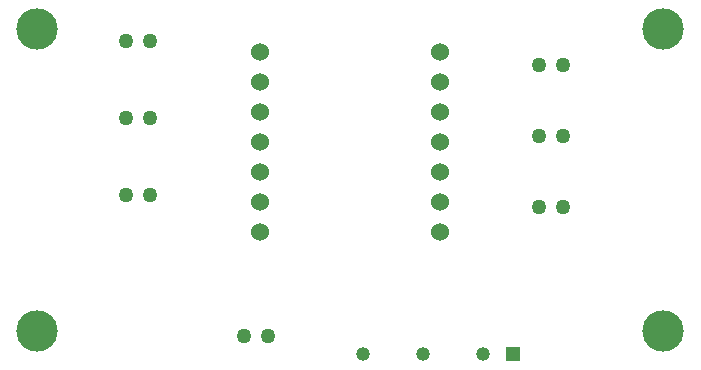
<source format=gbs>
%TF.GenerationSoftware,KiCad,Pcbnew,9.0.0*%
%TF.CreationDate,2025-11-02T14:52:09-05:00*%
%TF.ProjectId,OlfactoryDisplay_main_v2,4f6c6661-6374-46f7-9279-446973706c61,rev?*%
%TF.SameCoordinates,Original*%
%TF.FileFunction,Soldermask,Bot*%
%TF.FilePolarity,Negative*%
%FSLAX46Y46*%
G04 Gerber Fmt 4.6, Leading zero omitted, Abs format (unit mm)*
G04 Created by KiCad (PCBNEW 9.0.0) date 2025-11-02 14:52:09*
%MOMM*%
%LPD*%
G01*
G04 APERTURE LIST*
%ADD10C,1.270000*%
%ADD11C,3.500000*%
%ADD12C,1.524000*%
%ADD13R,1.180000X1.180000*%
%ADD14C,1.180000*%
G04 APERTURE END LIST*
D10*
%TO.C,J3*%
X124000000Y-92818500D03*
X121999999Y-92818500D03*
%TD*%
%TO.C,J2*%
X89000001Y-91318500D03*
X87000000Y-91318500D03*
%TD*%
D11*
%TO.C,REF\u002A\u002A*%
X79500000Y-83818500D03*
%TD*%
D12*
%TO.C,U7*%
X98380000Y-85698500D03*
X98380000Y-88238500D03*
X98380000Y-90778500D03*
X98380000Y-93318500D03*
X98380000Y-95858500D03*
X98380000Y-98398500D03*
X98380000Y-100938500D03*
X113620000Y-100938500D03*
X113620000Y-98398500D03*
X113620000Y-95858500D03*
X113620000Y-93318500D03*
X113620000Y-90778500D03*
X113620000Y-88238500D03*
X113620000Y-85698500D03*
%TD*%
D10*
%TO.C,J9*%
X89000001Y-97818500D03*
X87000000Y-97818500D03*
%TD*%
D11*
%TO.C,REF\u002A\u002A*%
X132500000Y-83818500D03*
%TD*%
D10*
%TO.C,J4*%
X124000000Y-86818500D03*
X121999999Y-86818500D03*
%TD*%
D11*
%TO.C,REF\u002A\u002A*%
X79500000Y-109318500D03*
%TD*%
D10*
%TO.C,J1*%
X89000001Y-84818500D03*
X87000000Y-84818500D03*
%TD*%
%TO.C,J7*%
X96999999Y-109818500D03*
X99000000Y-109818500D03*
%TD*%
%TO.C,J5*%
X124000000Y-98818500D03*
X121999999Y-98818500D03*
%TD*%
D13*
%TO.C,PS1*%
X119750000Y-111318500D03*
D14*
X117210000Y-111318500D03*
X112130000Y-111318500D03*
X107050000Y-111318500D03*
%TD*%
D11*
%TO.C,REF\u002A\u002A*%
X132500000Y-109318500D03*
%TD*%
M02*

</source>
